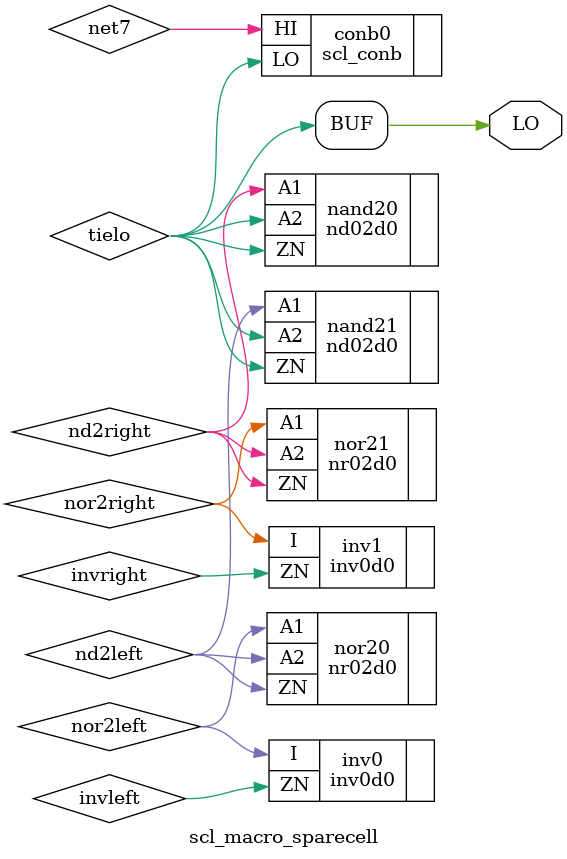
<source format=v>
module scl_macro_sparecell (
    LO
);

    // Module ports
    output LO;

    // Local signals
    wire nor2left ;
    wire invleft  ;
    wire nor2right;
    wire invright ;
    wire nd2left  ;
    wire nd2right ;
    wire tielo    ;
    wire net7     ;

    //                       Name    Output         Other arguments
    inv0d0 inv0   (.I(nor2left) , .ZN(invleft)                );
    inv0d0 inv1   (.I(nor2right), .ZN(invright)               );
    nr02d0 nor20  (.ZN(nd2left)  , .A2(nd2left), .A1(nor2left)  );
    nr02d0 nor21  (.ZN(nd2right) , .A2(nd2right), .A1(nor2right));
    nd02d0 nand20 (.ZN(tielo)    , .A2(tielo), .A1(nd2right)    );
    nd02d0 nand21 (.ZN(tielo)    , .A2(tielo), .A1(nd2left)     );
    scl_conb conb0  (.LO(tielo)   , .HI(net7)                  );
    buf buf0   (LO           , tielo                      );


endmodule
</source>
